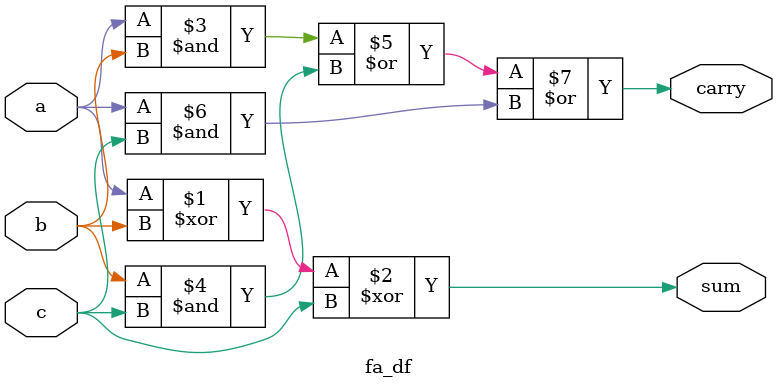
<source format=v>
`timescale 1ns / 1ps
module fa_df(a,b,c,sum,carry);
input a,b,c;
output sum,carry;

assign sum = a^b^c;
assign carry = (a&b | b&c | a&c);

endmodule

</source>
